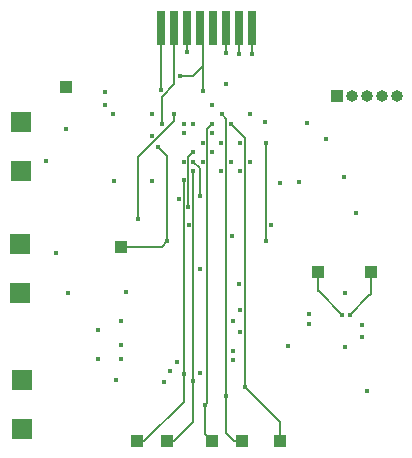
<source format=gbr>
G04 #@! TF.GenerationSoftware,KiCad,Pcbnew,(5.1.0)-1*
G04 #@! TF.CreationDate,2019-07-24T02:43:26-07:00*
G04 #@! TF.ProjectId,SDCard-PCB,53444361-7264-42d5-9043-422e6b696361,rev?*
G04 #@! TF.SameCoordinates,Original*
G04 #@! TF.FileFunction,Copper,L6,Bot*
G04 #@! TF.FilePolarity,Positive*
%FSLAX46Y46*%
G04 Gerber Fmt 4.6, Leading zero omitted, Abs format (unit mm)*
G04 Created by KiCad (PCBNEW (5.1.0)-1) date 2019-07-24 02:43:26*
%MOMM*%
%LPD*%
G04 APERTURE LIST*
%ADD10R,1.000000X1.000000*%
%ADD11R,1.700000X1.700000*%
%ADD12O,1.000000X1.000000*%
%ADD13R,0.800000X2.900000*%
%ADD14C,0.450000*%
%ADD15C,0.152400*%
G04 APERTURE END LIST*
D10*
X132753100Y-70205600D03*
X128282700Y-70205600D03*
X125082300Y-84518500D03*
X121856500Y-84518500D03*
X119316500Y-84518500D03*
X111582200Y-68122800D03*
X115455700Y-84543900D03*
X112928400Y-84556600D03*
X106934000Y-54584600D03*
D11*
X103238300Y-83563100D03*
X103238300Y-79413100D03*
D12*
X134955280Y-55298340D03*
X133685280Y-55298340D03*
X132415280Y-55298340D03*
X131145280Y-55298340D03*
D10*
X129875280Y-55298340D03*
D13*
X115000000Y-49600000D03*
X116100000Y-49600000D03*
X117200000Y-49600000D03*
X118300000Y-49600000D03*
X119400000Y-49600000D03*
X120500000Y-49600000D03*
X121600000Y-49600000D03*
X122700000Y-49600000D03*
D11*
X103093100Y-57513900D03*
X103035100Y-67823900D03*
X103043100Y-71973900D03*
X103093100Y-61713900D03*
D14*
X117205760Y-51635660D03*
X110909100Y-56822340D03*
X110970060Y-62565280D03*
X130558540Y-72006460D03*
X127492760Y-73784460D03*
X131977180Y-74692460D03*
X132405120Y-80307180D03*
X130479800Y-62217300D03*
X131457700Y-65275460D03*
X128991360Y-58930540D03*
X126682500Y-62638940D03*
X120103850Y-59283650D03*
X118498620Y-59291220D03*
X120903800Y-60883600D03*
X127368300Y-57658000D03*
X116340000Y-77890000D03*
X118284600Y-78755600D03*
X121557300Y-71249900D03*
X121640600Y-75311000D03*
X121043700Y-76936600D03*
X121640600Y-73431400D03*
X109664500Y-75184000D03*
X109639100Y-77558900D03*
X111175800Y-79375000D03*
X120980200Y-67144900D03*
X116497100Y-64058800D03*
X114206020Y-62567820D03*
X130959860Y-73855580D03*
X119303800Y-60083700D03*
X122501660Y-60888880D03*
X120098820Y-61681360D03*
X121700000Y-59280000D03*
X123780000Y-57550000D03*
X118277300Y-69989900D03*
X121043700Y-77711300D03*
X111620300Y-77558900D03*
X111569500Y-74396600D03*
X111582200Y-76403200D03*
X121081800Y-74409300D03*
X111988600Y-71920100D03*
X107111800Y-71996300D03*
X106095800Y-68592700D03*
X117703600Y-57683400D03*
X130317240Y-73855580D03*
X115735100Y-78625700D03*
X115277900Y-79565500D03*
X117710000Y-60880000D03*
X118290000Y-63780000D03*
X114239040Y-56822340D03*
X125036580Y-62661800D03*
X118506240Y-60883800D03*
X121701560Y-61681360D03*
X119300000Y-58480110D03*
X117319900Y-66268600D03*
X124307600Y-66268600D03*
X106908600Y-58089800D03*
X116903500Y-57683400D03*
X116903504Y-60883800D03*
X105270300Y-60858400D03*
X122500000Y-56890000D03*
X116900002Y-78880000D03*
X116900000Y-62470000D03*
X117710000Y-79490000D03*
X117710000Y-61690000D03*
X120110000Y-56890000D03*
X120510000Y-80750000D03*
X118740000Y-81510000D03*
X119310000Y-57689890D03*
X125745240Y-76527660D03*
X127502920Y-74676000D03*
X130561080Y-76560680D03*
X131966200Y-75752460D03*
X123840000Y-67570000D03*
X123840000Y-59290000D03*
X120904000Y-57683400D03*
X122110500Y-79984600D03*
X115006120Y-54823360D03*
X115026440Y-57691020D03*
X121592340Y-51765200D03*
X122699780Y-51798220D03*
X120500000Y-54300000D03*
X110230000Y-54950000D03*
X110230000Y-56100000D03*
X119310000Y-56090000D03*
X113020000Y-65760000D03*
X116100000Y-56880000D03*
X114220000Y-58710000D03*
X116900000Y-58480000D03*
X117310000Y-64720000D03*
X117700000Y-60080000D03*
X115520000Y-67640000D03*
X114750000Y-59680000D03*
X118506240Y-54922420D03*
X116611400Y-53632100D03*
X120497600Y-51694080D03*
D15*
X117200000Y-49600000D02*
X117200000Y-51629900D01*
X117200000Y-51629900D02*
X117205760Y-51635660D01*
X132753100Y-72059800D02*
X132753100Y-70205600D01*
X132537200Y-72275700D02*
X132753100Y-72059800D01*
X130959860Y-73855580D02*
X132537200Y-72278240D01*
X132537200Y-72278240D02*
X132537200Y-72275700D01*
X128320800Y-71859140D02*
X130317240Y-73855580D01*
X128282700Y-70205600D02*
X128282700Y-71821040D01*
X128282700Y-71821040D02*
X128320800Y-71859140D01*
X117710000Y-60880000D02*
X118290000Y-61460000D01*
X118290000Y-61460000D02*
X118290000Y-63780000D01*
X116900000Y-62470000D02*
X116900000Y-78879998D01*
X116900000Y-78879998D02*
X116900002Y-78880000D01*
X113580800Y-84556600D02*
X112928400Y-84556600D01*
X116900002Y-81237398D02*
X113580800Y-84556600D01*
X116900002Y-78880000D02*
X116900002Y-81237398D01*
X117710000Y-61690000D02*
X117710000Y-79490000D01*
X116108100Y-84543900D02*
X115455700Y-84543900D01*
X117710000Y-82942000D02*
X116108100Y-84543900D01*
X117710000Y-79490000D02*
X117710000Y-82942000D01*
X120510000Y-80431802D02*
X120510000Y-80750000D01*
X120110000Y-56890000D02*
X120510000Y-57290000D01*
X120510000Y-57290000D02*
X120510000Y-80431802D01*
X121204100Y-84518500D02*
X121856500Y-84518500D01*
X120510000Y-83824400D02*
X121204100Y-84518500D01*
X120510000Y-80750000D02*
X120510000Y-83824400D01*
X119085001Y-57914889D02*
X119310000Y-57689890D01*
X118896341Y-58103549D02*
X119085001Y-57914889D01*
X118740000Y-81510000D02*
X118896341Y-81353659D01*
X118896341Y-81353659D02*
X118896341Y-58103549D01*
X118740000Y-83942000D02*
X119316500Y-84518500D01*
X118740000Y-81510000D02*
X118740000Y-83942000D01*
X123840000Y-67570000D02*
X123840000Y-59290000D01*
X122110500Y-58889900D02*
X122110500Y-79666402D01*
X120904000Y-57683400D02*
X122110500Y-58889900D01*
X122110500Y-79666402D02*
X122110500Y-79984600D01*
X125082300Y-82956400D02*
X125082300Y-84518500D01*
X122110500Y-79984600D02*
X125082300Y-82956400D01*
X115006120Y-49606120D02*
X115000000Y-49600000D01*
X115006120Y-54823360D02*
X115006120Y-49606120D01*
X116090000Y-49610000D02*
X116100000Y-49600000D01*
X116100000Y-51202400D02*
X116100000Y-49600000D01*
X116100000Y-54306830D02*
X116100000Y-51202400D01*
X115026440Y-55380390D02*
X116100000Y-54306830D01*
X115026440Y-57691020D02*
X115026440Y-55380390D01*
X121590000Y-49610000D02*
X121600000Y-49600000D01*
X121592340Y-49607660D02*
X121600000Y-49600000D01*
X121592340Y-51765200D02*
X121592340Y-49607660D01*
X122699780Y-49600220D02*
X122700000Y-49600000D01*
X122699780Y-51798220D02*
X122699780Y-49600220D01*
X116100000Y-57407350D02*
X116100000Y-56880000D01*
X113020000Y-65760000D02*
X113020000Y-60487350D01*
X113020000Y-60487350D02*
X116100000Y-57407350D01*
X117310000Y-60470000D02*
X117700000Y-60080000D01*
X117310000Y-64720000D02*
X117310000Y-60470000D01*
X115520000Y-67640000D02*
X115520000Y-60450000D01*
X115520000Y-60450000D02*
X114750000Y-59680000D01*
X115037200Y-68122800D02*
X115520000Y-67640000D01*
X111582200Y-68122800D02*
X115037200Y-68122800D01*
X118506240Y-49806240D02*
X118300000Y-49600000D01*
X118506240Y-53634640D02*
X118506240Y-49806240D01*
X118506240Y-54922420D02*
X118506240Y-53634640D01*
X117665500Y-53632100D02*
X116611400Y-53632100D01*
X118503700Y-52793900D02*
X117665500Y-53632100D01*
X120497600Y-49602400D02*
X120500000Y-49600000D01*
X120497600Y-51694080D02*
X120497600Y-49602400D01*
M02*

</source>
